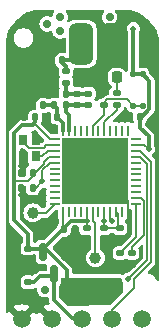
<source format=gbr>
%TF.GenerationSoftware,KiCad,Pcbnew,8.0.7*%
%TF.CreationDate,2025-01-18T23:57:26+01:00*%
%TF.ProjectId,beacon,62656163-6f6e-42e6-9b69-6361645f7063,rev?*%
%TF.SameCoordinates,Original*%
%TF.FileFunction,Copper,L1,Top*%
%TF.FilePolarity,Positive*%
%FSLAX46Y46*%
G04 Gerber Fmt 4.6, Leading zero omitted, Abs format (unit mm)*
G04 Created by KiCad (PCBNEW 8.0.7) date 2025-01-18 23:57:26*
%MOMM*%
%LPD*%
G01*
G04 APERTURE LIST*
G04 Aperture macros list*
%AMRoundRect*
0 Rectangle with rounded corners*
0 $1 Rounding radius*
0 $2 $3 $4 $5 $6 $7 $8 $9 X,Y pos of 4 corners*
0 Add a 4 corners polygon primitive as box body*
4,1,4,$2,$3,$4,$5,$6,$7,$8,$9,$2,$3,0*
0 Add four circle primitives for the rounded corners*
1,1,$1+$1,$2,$3*
1,1,$1+$1,$4,$5*
1,1,$1+$1,$6,$7*
1,1,$1+$1,$8,$9*
0 Add four rect primitives between the rounded corners*
20,1,$1+$1,$2,$3,$4,$5,0*
20,1,$1+$1,$4,$5,$6,$7,0*
20,1,$1+$1,$6,$7,$8,$9,0*
20,1,$1+$1,$8,$9,$2,$3,0*%
G04 Aperture macros list end*
%TA.AperFunction,ComponentPad*%
%ADD10C,1.500000*%
%TD*%
%TA.AperFunction,SMDPad,CuDef*%
%ADD11RoundRect,0.147500X0.172500X-0.147500X0.172500X0.147500X-0.172500X0.147500X-0.172500X-0.147500X0*%
%TD*%
%TA.AperFunction,SMDPad,CuDef*%
%ADD12RoundRect,0.140000X0.140000X0.170000X-0.140000X0.170000X-0.140000X-0.170000X0.140000X-0.170000X0*%
%TD*%
%TA.AperFunction,ConnectorPad*%
%ADD13RoundRect,0.500000X-0.500000X-1.250000X0.500000X-1.250000X0.500000X1.250000X-0.500000X1.250000X0*%
%TD*%
%TA.AperFunction,SMDPad,CuDef*%
%ADD14RoundRect,0.140000X-0.170000X0.140000X-0.170000X-0.140000X0.170000X-0.140000X0.170000X0.140000X0*%
%TD*%
%TA.AperFunction,SMDPad,CuDef*%
%ADD15RoundRect,0.062500X0.375000X0.062500X-0.375000X0.062500X-0.375000X-0.062500X0.375000X-0.062500X0*%
%TD*%
%TA.AperFunction,SMDPad,CuDef*%
%ADD16RoundRect,0.062500X0.062500X0.375000X-0.062500X0.375000X-0.062500X-0.375000X0.062500X-0.375000X0*%
%TD*%
%TA.AperFunction,SMDPad,CuDef*%
%ADD17R,5.600000X5.600000*%
%TD*%
%TA.AperFunction,SMDPad,CuDef*%
%ADD18RoundRect,0.135000X0.185000X-0.135000X0.185000X0.135000X-0.185000X0.135000X-0.185000X-0.135000X0*%
%TD*%
%TA.AperFunction,SMDPad,CuDef*%
%ADD19RoundRect,0.140000X0.170000X-0.140000X0.170000X0.140000X-0.170000X0.140000X-0.170000X-0.140000X0*%
%TD*%
%TA.AperFunction,SMDPad,CuDef*%
%ADD20RoundRect,0.150000X-0.150000X0.587500X-0.150000X-0.587500X0.150000X-0.587500X0.150000X0.587500X0*%
%TD*%
%TA.AperFunction,SMDPad,CuDef*%
%ADD21C,1.000000*%
%TD*%
%TA.AperFunction,SMDPad,CuDef*%
%ADD22RoundRect,0.140000X-0.140000X-0.170000X0.140000X-0.170000X0.140000X0.170000X-0.140000X0.170000X0*%
%TD*%
%TA.AperFunction,SMDPad,CuDef*%
%ADD23RoundRect,0.135000X-0.185000X0.135000X-0.185000X-0.135000X0.185000X-0.135000X0.185000X0.135000X0*%
%TD*%
%TA.AperFunction,SMDPad,CuDef*%
%ADD24R,0.800000X0.900000*%
%TD*%
%TA.AperFunction,SMDPad,CuDef*%
%ADD25RoundRect,0.125000X-0.125000X0.150000X-0.125000X-0.150000X0.125000X-0.150000X0.125000X0.150000X0*%
%TD*%
%TA.AperFunction,SMDPad,CuDef*%
%ADD26RoundRect,0.147500X-0.147500X-0.172500X0.147500X-0.172500X0.147500X0.172500X-0.147500X0.172500X0*%
%TD*%
%TA.AperFunction,SMDPad,CuDef*%
%ADD27RoundRect,0.218750X-0.218750X-0.256250X0.218750X-0.256250X0.218750X0.256250X-0.218750X0.256250X0*%
%TD*%
%TA.AperFunction,ViaPad*%
%ADD28C,0.700000*%
%TD*%
%TA.AperFunction,ViaPad*%
%ADD29C,0.500000*%
%TD*%
%TA.AperFunction,Conductor*%
%ADD30C,0.300000*%
%TD*%
%TA.AperFunction,Conductor*%
%ADD31C,0.150000*%
%TD*%
%TA.AperFunction,Conductor*%
%ADD32C,0.200000*%
%TD*%
G04 APERTURE END LIST*
D10*
%TO.P,J1,1,Pin_1*%
%TO.N,/TX*%
X12500000Y800000D03*
%TO.P,J1,2,Pin_2*%
%TO.N,/RX*%
X9960000Y800000D03*
%TO.P,J1,3,Pin_3*%
%TO.N,/V_EXT*%
X7420000Y800000D03*
%TO.P,J1,4,Pin_4*%
%TO.N,GND*%
X4880000Y800000D03*
%TO.P,J1,5,Pin_5*%
X2340000Y800000D03*
%TD*%
D11*
%TO.P,L3,1,1*%
%TO.N,Net-(C6-Pad2)*%
X6100000Y20815000D03*
%TO.P,L3,2,2*%
%TO.N,Net-(AE1-A)*%
X6100000Y21785000D03*
%TD*%
D12*
%TO.P,C5,1*%
%TO.N,/VR_PA*%
X5380000Y17900000D03*
%TO.P,C5,2*%
%TO.N,GND*%
X4420000Y17900000D03*
%TD*%
D13*
%TO.P,J2,1,Pin_1*%
%TO.N,GND*%
X10000000Y24100000D03*
%TD*%
D12*
%TO.P,C7,1*%
%TO.N,Net-(C6-Pad2)*%
X6080000Y19900000D03*
%TO.P,C7,2*%
%TO.N,GND*%
X5120000Y19900000D03*
%TD*%
D14*
%TO.P,C11,1*%
%TO.N,+3.3V*%
X10700000Y8480000D03*
%TO.P,C11,2*%
%TO.N,GND*%
X10700000Y7520000D03*
%TD*%
%TO.P,C13,1*%
%TO.N,+3.3V*%
X2900000Y6780000D03*
%TO.P,C13,2*%
%TO.N,GND*%
X2900000Y5820000D03*
%TD*%
%TO.P,C3,1*%
%TO.N,+3.3V*%
X9300000Y8480000D03*
%TO.P,C3,2*%
%TO.N,GND*%
X9300000Y7520000D03*
%TD*%
D12*
%TO.P,C12,1*%
%TO.N,+3.3V*%
X3480000Y17900000D03*
%TO.P,C12,2*%
%TO.N,GND*%
X2520000Y17900000D03*
%TD*%
D15*
%TO.P,U1,1,PB3*%
%TO.N,/CONF_220*%
X12037500Y10550000D03*
%TO.P,U1,2,PB4*%
%TO.N,/CONF_440*%
X12037500Y11050000D03*
%TO.P,U1,3,PB5*%
%TO.N,unconnected-(U1-PB5-Pad3)*%
X12037500Y11550000D03*
%TO.P,U1,4,PB6*%
%TO.N,unconnected-(U1-PB6-Pad4)*%
X12037500Y12050000D03*
%TO.P,U1,5,PB7*%
%TO.N,unconnected-(U1-PB7-Pad5)*%
X12037500Y12550000D03*
%TO.P,U1,6,PB8*%
%TO.N,unconnected-(U1-PB8-Pad6)*%
X12037500Y13050000D03*
%TO.P,U1,7,PA0*%
%TO.N,unconnected-(U1-PA0-Pad7)*%
X12037500Y13550000D03*
%TO.P,U1,8,PA1*%
%TO.N,unconnected-(U1-PA1-Pad8)*%
X12037500Y14050000D03*
%TO.P,U1,9,PA2*%
%TO.N,/TX*%
X12037500Y14550000D03*
%TO.P,U1,10,PA3*%
%TO.N,/RX*%
X12037500Y15050000D03*
%TO.P,U1,11,VDD*%
%TO.N,+3.3V*%
X12037500Y15550000D03*
%TO.P,U1,12,PA4*%
%TO.N,unconnected-(U1-PA4-Pad12)*%
X12037500Y16050000D03*
D16*
%TO.P,U1,13,PA5*%
%TO.N,unconnected-(U1-PA5-Pad13)*%
X11350000Y16737500D03*
%TO.P,U1,14,PA6*%
%TO.N,unconnected-(U1-PA6-Pad14)*%
X10850000Y16737500D03*
%TO.P,U1,15,PA7*%
%TO.N,unconnected-(U1-PA7-Pad15)*%
X10350000Y16737500D03*
%TO.P,U1,16,PA8*%
%TO.N,unconnected-(U1-PA8-Pad16)*%
X9850000Y16737500D03*
%TO.P,U1,17,PA9*%
%TO.N,/LED*%
X9350000Y16737500D03*
%TO.P,U1,18,NRST*%
%TO.N,unconnected-(U1-NRST-Pad18)*%
X8850000Y16737500D03*
%TO.P,U1,19,PH3*%
%TO.N,/BOOT*%
X8350000Y16737500D03*
%TO.P,U1,20,RFI_P*%
%TO.N,/RFI_P*%
X7850000Y16737500D03*
%TO.P,U1,21,RFI_N*%
%TO.N,/RFI_N*%
X7350000Y16737500D03*
%TO.P,U1,22,RFO_LP*%
%TO.N,unconnected-(U1-RFO_LP-Pad22)*%
X6850000Y16737500D03*
%TO.P,U1,23,RFO_HP*%
%TO.N,/RFO_HP*%
X6350000Y16737500D03*
%TO.P,U1,24,VR_PA*%
%TO.N,/VR_PA*%
X5850000Y16737500D03*
D15*
%TO.P,U1,25,VDDPA*%
%TO.N,+3.3V*%
X5162500Y16050000D03*
%TO.P,U1,26,OSC_IN*%
%TO.N,/OSC_IN*%
X5162500Y15550000D03*
%TO.P,U1,27,OSC_OUT*%
%TO.N,/OSC_OUT*%
X5162500Y15050000D03*
%TO.P,U1,28,VDDRF*%
%TO.N,+3.3V*%
X5162500Y14550000D03*
%TO.P,U1,29,VDDRF1V55*%
%TO.N,/VFBSMPS*%
X5162500Y14050000D03*
%TO.P,U1,30,PB0*%
%TO.N,unconnected-(U1-PB0-Pad30)*%
X5162500Y13550000D03*
%TO.P,U1,31,PB2*%
%TO.N,unconnected-(U1-PB2-Pad31)*%
X5162500Y13050000D03*
%TO.P,U1,32,PB12*%
%TO.N,unconnected-(U1-PB12-Pad32)*%
X5162500Y12550000D03*
%TO.P,U1,33,PA10*%
%TO.N,unconnected-(U1-PA10-Pad33)*%
X5162500Y12050000D03*
%TO.P,U1,34,PA11*%
%TO.N,unconnected-(U1-PA11-Pad34)*%
X5162500Y11550000D03*
%TO.P,U1,35,PA12*%
%TO.N,unconnected-(U1-PA12-Pad35)*%
X5162500Y11050000D03*
%TO.P,U1,36,PA13*%
%TO.N,/SWDIO*%
X5162500Y10550000D03*
D16*
%TO.P,U1,37,VBAT*%
%TO.N,+3.3V*%
X5850000Y9862500D03*
%TO.P,U1,38,PC13*%
%TO.N,unconnected-(U1-PC13-Pad38)*%
X6350000Y9862500D03*
%TO.P,U1,39,PC14*%
%TO.N,unconnected-(U1-PC14-Pad39)*%
X6850000Y9862500D03*
%TO.P,U1,40,PC15*%
%TO.N,unconnected-(U1-PC15-Pad40)*%
X7350000Y9862500D03*
%TO.P,U1,41,VDDA*%
%TO.N,+3.3V*%
X7850000Y9862500D03*
%TO.P,U1,42,PA14*%
%TO.N,/SWCLK*%
X8350000Y9862500D03*
%TO.P,U1,43,PA15*%
%TO.N,unconnected-(U1-PA15-Pad43)*%
X8850000Y9862500D03*
%TO.P,U1,44,VDD*%
%TO.N,+3.3V*%
X9350000Y9862500D03*
%TO.P,U1,45,VFBSMPS*%
%TO.N,/VFBSMPS*%
X9850000Y9862500D03*
%TO.P,U1,46,VDDSMPS*%
%TO.N,+3.3V*%
X10350000Y9862500D03*
%TO.P,U1,47,VLXSMPS*%
%TO.N,unconnected-(U1-VLXSMPS-Pad47)*%
X10850000Y9862500D03*
%TO.P,U1,48,VSSSMPS*%
%TO.N,GND*%
X11350000Y9862500D03*
D17*
%TO.P,U1,49,VSS*%
X8600000Y13300000D03*
%TD*%
D18*
%TO.P,R3,1*%
%TO.N,/LED*%
X10400000Y18900000D03*
%TO.P,R3,2*%
%TO.N,Net-(D1-A)*%
X10400000Y19920000D03*
%TD*%
D19*
%TO.P,C14,1*%
%TO.N,/V_EXT*%
X2900000Y3920000D03*
%TO.P,C14,2*%
%TO.N,GND*%
X2900000Y4880000D03*
%TD*%
D20*
%TO.P,U2,1,GND*%
%TO.N,GND*%
X6050000Y6500000D03*
%TO.P,U2,2,VO*%
%TO.N,+3.3V*%
X4150000Y6500000D03*
%TO.P,U2,3,VI*%
%TO.N,/V_EXT*%
X5100000Y4625000D03*
%TD*%
D21*
%TO.P,TP2,1,1*%
%TO.N,/SWCLK*%
X8600000Y6000000D03*
%TD*%
D19*
%TO.P,C6,1*%
%TO.N,/RFO_HP*%
X8000000Y18920000D03*
%TO.P,C6,2*%
%TO.N,Net-(C6-Pad2)*%
X8000000Y19880000D03*
%TD*%
D22*
%TO.P,C15,1*%
%TO.N,+3.3V*%
X5920000Y8400000D03*
%TO.P,C15,2*%
%TO.N,GND*%
X6880000Y8400000D03*
%TD*%
D23*
%TO.P,R4,1*%
%TO.N,GND*%
X9300000Y19910000D03*
%TO.P,R4,2*%
%TO.N,/BOOT*%
X9300000Y18890000D03*
%TD*%
D12*
%TO.P,C1,1*%
%TO.N,+3.3V*%
X12380000Y17900000D03*
%TO.P,C1,2*%
%TO.N,GND*%
X11420000Y17900000D03*
%TD*%
%TO.P,C10,1*%
%TO.N,+3.3V*%
X3280000Y13200000D03*
%TO.P,C10,2*%
%TO.N,GND*%
X2320000Y13200000D03*
%TD*%
%TO.P,C4,1*%
%TO.N,/VR_PA*%
X4180000Y18900000D03*
%TO.P,C4,2*%
%TO.N,GND*%
X3220000Y18900000D03*
%TD*%
D14*
%TO.P,C2,1*%
%TO.N,+3.3V*%
X7850000Y8480000D03*
%TO.P,C2,2*%
%TO.N,GND*%
X7850000Y7520000D03*
%TD*%
D23*
%TO.P,R1,1*%
%TO.N,/CONF_220*%
X10700000Y6410000D03*
%TO.P,R1,2*%
%TO.N,GND*%
X10700000Y5390000D03*
%TD*%
D24*
%TO.P,Y1,1,1*%
%TO.N,/OSC_OUT*%
X3600000Y14600000D03*
%TO.P,Y1,2,2*%
%TO.N,GND*%
X3600000Y16000000D03*
%TO.P,Y1,3,3*%
%TO.N,/OSC_IN*%
X2500000Y16000000D03*
%TO.P,Y1,4,4*%
%TO.N,GND*%
X2500000Y14600000D03*
%TD*%
D12*
%TO.P,C9,1*%
%TO.N,/VFBSMPS*%
X3280000Y11900000D03*
%TO.P,C9,2*%
%TO.N,GND*%
X2320000Y11900000D03*
%TD*%
D21*
%TO.P,TP1,1,1*%
%TO.N,/SWDIO*%
X3300000Y9800000D03*
%TD*%
D23*
%TO.P,R2,1*%
%TO.N,/CONF_440*%
X11700000Y6410000D03*
%TO.P,R2,2*%
%TO.N,GND*%
X11700000Y5390000D03*
%TD*%
D25*
%TO.P,SW1,1,1*%
%TO.N,+3.3V*%
X12600000Y21525000D03*
%TO.P,SW1,2,2*%
X11800000Y21525000D03*
%TO.P,SW1,3,K*%
%TO.N,/BOOT*%
X12600000Y18875000D03*
%TO.P,SW1,4,A*%
X11800000Y18875000D03*
%TD*%
D26*
%TO.P,L1,1,1*%
%TO.N,/VR_PA*%
X5115000Y18900000D03*
%TO.P,L1,2,2*%
%TO.N,/RFO_HP*%
X6085000Y18900000D03*
%TD*%
D12*
%TO.P,C8,1*%
%TO.N,Net-(AE1-A)*%
X5780000Y22700000D03*
%TO.P,C8,2*%
%TO.N,GND*%
X4820000Y22700000D03*
%TD*%
D11*
%TO.P,L2,1,1*%
%TO.N,/RFO_HP*%
X7000000Y18915000D03*
%TO.P,L2,2,2*%
%TO.N,Net-(C6-Pad2)*%
X7000000Y19885000D03*
%TD*%
D27*
%TO.P,D1,1,K*%
%TO.N,GND*%
X8812500Y21300000D03*
%TO.P,D1,2,A*%
%TO.N,Net-(D1-A)*%
X10387500Y21300000D03*
%TD*%
D13*
%TO.P,AE1,1,A*%
%TO.N,Net-(AE1-A)*%
X7400000Y24100000D03*
%TD*%
D28*
%TO.N,+3.3V*%
X4500000Y25800000D03*
X4300000Y3300000D03*
X8800000Y2300000D03*
X8800000Y3300000D03*
X7500000Y3300000D03*
X6200000Y3300000D03*
X9800000Y26350000D03*
X5600000Y25200000D03*
X5600000Y26400000D03*
D29*
%TO.N,GND*%
X4100000Y22700000D03*
X9400000Y22800000D03*
X4800000Y23500000D03*
X3200000Y19500000D03*
X2300000Y13800000D03*
X7800000Y21300000D03*
X4600000Y19900000D03*
X11300000Y7800000D03*
X9900000Y5400000D03*
X3500000Y16600000D03*
X4200000Y17300000D03*
X8600000Y13300000D03*
X7300000Y7500000D03*
X6700000Y15200000D03*
X3000000Y20900000D03*
X10700000Y15200000D03*
X2600000Y23100000D03*
X3600000Y4900000D03*
X8600000Y11500000D03*
X1900000Y5700000D03*
X5400000Y6800000D03*
X11400000Y9000000D03*
X10500000Y23800000D03*
X6700000Y11500000D03*
X2300000Y18600000D03*
X8600000Y15200000D03*
X10000000Y7500000D03*
X10800000Y17900000D03*
X6700000Y13200000D03*
X10700000Y13200000D03*
X9400000Y23800000D03*
X2300000Y11300000D03*
X10500000Y22800000D03*
X6400000Y7700000D03*
X10700000Y11500000D03*
%TO.N,+3.3V*%
X11800000Y25400000D03*
X9350000Y9150000D03*
X7850000Y9150000D03*
X13100000Y15200000D03*
%TO.N,/VFBSMPS*%
X10000000Y9100000D03*
X4100000Y12460482D03*
%TO.N,/TX*%
X11388556Y4211444D03*
%TD*%
D30*
%TO.N,+3.3V*%
X6200000Y4954837D02*
X6200000Y3300000D01*
X4374837Y6780000D02*
X6200000Y4954837D01*
X2900000Y6780000D02*
X4374837Y6780000D01*
%TO.N,/V_EXT*%
X5100000Y4363604D02*
X5100000Y2400000D01*
X6625000Y875000D02*
X7420000Y875000D01*
X5038604Y4425000D02*
X5100000Y4363604D01*
X3500000Y4022182D02*
X3902818Y4425000D01*
X3500000Y4000000D02*
X3500000Y4022182D01*
X3902818Y4425000D02*
X5038604Y4425000D01*
X3420000Y3920000D02*
X3500000Y4000000D01*
X2900000Y3920000D02*
X3420000Y3920000D01*
X5100000Y2400000D02*
X6625000Y875000D01*
D31*
%TO.N,GND*%
X4100000Y22700000D02*
X4820000Y22700000D01*
D30*
X3600000Y4900000D02*
X3580000Y4880000D01*
X5400000Y6800000D02*
X5500000Y6700000D01*
D31*
X2320000Y17900000D02*
X2320000Y18580000D01*
X11420000Y17900000D02*
X10800000Y17900000D01*
X9300000Y7520000D02*
X9980000Y7520000D01*
D30*
X2900000Y5820000D02*
X2900000Y4880000D01*
D31*
X3300000Y16000000D02*
X3300000Y16400000D01*
X8812500Y21300000D02*
X7800000Y21300000D01*
X11350000Y9862500D02*
X11350000Y10850000D01*
X4220000Y17320000D02*
X4200000Y17300000D01*
X8812500Y21300000D02*
X8812500Y21312500D01*
X9300000Y19910000D02*
X9300000Y20812500D01*
X5120000Y19900000D02*
X4600000Y19900000D01*
X7300000Y7500000D02*
X7830000Y7500000D01*
X11020000Y7520000D02*
X11300000Y7800000D01*
X11350000Y9050000D02*
X11400000Y9000000D01*
X2320000Y13780000D02*
X2300000Y13800000D01*
X2320000Y11320000D02*
X2300000Y11300000D01*
X7830000Y7500000D02*
X7850000Y7520000D01*
X3220000Y19480000D02*
X3200000Y19500000D01*
X2320000Y18580000D02*
X2300000Y18600000D01*
X2200000Y14600000D02*
X2200000Y13900000D01*
X2320000Y13200000D02*
X2320000Y13780000D01*
X9980000Y7520000D02*
X10000000Y7500000D01*
X10700000Y7520000D02*
X11020000Y7520000D01*
X9910000Y5390000D02*
X9900000Y5400000D01*
X2200000Y13900000D02*
X2300000Y13800000D01*
D30*
X5500000Y6700000D02*
X6050000Y6700000D01*
D31*
X9300000Y20812500D02*
X8812500Y21300000D01*
X11350000Y9862500D02*
X11350000Y9050000D01*
X3300000Y16400000D02*
X3500000Y16600000D01*
X4220000Y17900000D02*
X4220000Y17320000D01*
X8812500Y21312500D02*
X9800000Y22300000D01*
D30*
X3580000Y4880000D02*
X2900000Y4880000D01*
D31*
X10700000Y5390000D02*
X11700000Y5390000D01*
X10700000Y5390000D02*
X9910000Y5390000D01*
X3220000Y18900000D02*
X3220000Y19480000D01*
X2320000Y11900000D02*
X2320000Y11320000D01*
X9800000Y22300000D02*
X9800000Y24100000D01*
X11350000Y10850000D02*
X10700000Y11500000D01*
%TO.N,+3.3V*%
X4630000Y14550000D02*
X4225000Y14145000D01*
X4225000Y14145000D02*
X4225000Y13949264D01*
D30*
X4150000Y6730000D02*
X5920000Y8500000D01*
D31*
X3280000Y12880000D02*
X2900000Y12500000D01*
X12650000Y15550000D02*
X12750000Y15550000D01*
D30*
X2375000Y17200000D02*
X1740000Y16565000D01*
D31*
X12750000Y15550000D02*
X13100000Y15200000D01*
D30*
X6530000Y9110000D02*
X7810000Y9110000D01*
D31*
X10500000Y8680000D02*
X10500000Y9712500D01*
D30*
X3500000Y17450000D02*
X3500000Y17880000D01*
D31*
X4778248Y16050000D02*
X3578248Y17250000D01*
X7850000Y8480000D02*
X7850000Y9862500D01*
D30*
X3300000Y17250000D02*
X3500000Y17450000D01*
D31*
X3475736Y13200000D02*
X3280000Y13200000D01*
X5162500Y16050000D02*
X4778248Y16050000D01*
D30*
X13150000Y18548959D02*
X12501041Y17900000D01*
D31*
X2900000Y12500000D02*
X1740000Y12500000D01*
X10700000Y8480000D02*
X10500000Y8680000D01*
D30*
X12380000Y17900000D02*
X12380000Y17020000D01*
X13100000Y16300000D02*
X13100000Y15200000D01*
X1740000Y9160000D02*
X2900000Y8000000D01*
D31*
X9350000Y8680000D02*
X9350000Y9150000D01*
X9550000Y8480000D02*
X9350000Y8680000D01*
D30*
X12600000Y21525000D02*
X13150000Y20975000D01*
D31*
X4225000Y13949264D02*
X3475736Y13200000D01*
D30*
X12501041Y17900000D02*
X12380000Y17900000D01*
X3500000Y17880000D02*
X3480000Y17900000D01*
X3250000Y17200000D02*
X2375000Y17200000D01*
D31*
X12037500Y15550000D02*
X12650000Y15550000D01*
X5920000Y8500000D02*
X5850000Y8570000D01*
D30*
X4150000Y6700000D02*
X4150000Y6730000D01*
D31*
X3578248Y17250000D02*
X3300000Y17250000D01*
D30*
X11800000Y25400000D02*
X11800000Y21525000D01*
D31*
X10500000Y9712500D02*
X10350000Y9862500D01*
D30*
X3300000Y17250000D02*
X3250000Y17200000D01*
X2900000Y8000000D02*
X2900000Y6780000D01*
X7810000Y9110000D02*
X7850000Y9150000D01*
X5920000Y8500000D02*
X6530000Y9110000D01*
D31*
X9300000Y8480000D02*
X10700000Y8480000D01*
D30*
X1740000Y12500000D02*
X1740000Y9160000D01*
X11800000Y21525000D02*
X12600000Y21525000D01*
X13150000Y20975000D02*
X13150000Y18548959D01*
D31*
X5162500Y14550000D02*
X4630000Y14550000D01*
X9350000Y9150000D02*
X9350000Y9862500D01*
X5850000Y8570000D02*
X5850000Y9862500D01*
X3280000Y13200000D02*
X3280000Y12880000D01*
D30*
X12380000Y17020000D02*
X13100000Y16300000D01*
X1740000Y16565000D02*
X1740000Y12500000D01*
%TO.N,/VR_PA*%
X5380000Y18635000D02*
X5115000Y18900000D01*
X5115000Y18900000D02*
X4180000Y18900000D01*
X5850000Y17430000D02*
X5380000Y17900000D01*
X5850000Y16737500D02*
X5850000Y17430000D01*
X5380000Y17900000D02*
X5380000Y18635000D01*
%TO.N,/RFO_HP*%
X6350000Y18050000D02*
X6085000Y18315000D01*
X6350000Y16737500D02*
X6350000Y18050000D01*
X6985000Y18900000D02*
X7000000Y18915000D01*
X6085000Y18900000D02*
X6985000Y18900000D01*
X7995000Y18915000D02*
X8000000Y18920000D01*
X6085000Y18315000D02*
X6085000Y18900000D01*
X7000000Y18915000D02*
X7995000Y18915000D01*
%TO.N,Net-(C6-Pad2)*%
X6100000Y19880000D02*
X6080000Y19900000D01*
X8000000Y19880000D02*
X6100000Y19880000D01*
D31*
X6080000Y20800000D02*
X6100000Y20820000D01*
D30*
X6080000Y20795000D02*
X6100000Y20815000D01*
X6080000Y19900000D02*
X6080000Y20795000D01*
D31*
%TO.N,/VFBSMPS*%
X4100000Y12460482D02*
X4100000Y13400000D01*
X3280000Y11900000D02*
X3539518Y11900000D01*
X3539518Y11900000D02*
X4100000Y12460482D01*
X9850000Y9862500D02*
X9850000Y9250000D01*
X4100000Y13400000D02*
X4750000Y14050000D01*
X9850000Y9250000D02*
X10000000Y9100000D01*
X4750000Y14050000D02*
X5162500Y14050000D01*
%TO.N,/CONF_440*%
X11700000Y6900000D02*
X11700000Y6410000D01*
X12700000Y7900000D02*
X11700000Y6900000D01*
X12450000Y11050000D02*
X12700000Y10800000D01*
X12700000Y10800000D02*
X12700000Y7900000D01*
X12037500Y11050000D02*
X12450000Y11050000D01*
%TO.N,/CONF_220*%
X12037500Y7747500D02*
X12037500Y10550000D01*
X10700000Y6410000D02*
X12037500Y7747500D01*
%TO.N,/OSC_IN*%
X5162500Y15550000D02*
X4450000Y15550000D01*
X3000000Y15300000D02*
X2500000Y15800000D01*
X4450000Y15550000D02*
X4200000Y15300000D01*
X4200000Y15300000D02*
X3000000Y15300000D01*
X2500000Y15800000D02*
X2500000Y16000000D01*
%TO.N,/OSC_OUT*%
X4100000Y14600000D02*
X4550000Y15050000D01*
X3600000Y14600000D02*
X4100000Y14600000D01*
X4550000Y15050000D02*
X5162500Y15050000D01*
D32*
%TO.N,/SWDIO*%
X4412500Y9800000D02*
X3300000Y9800000D01*
X5162500Y10550000D02*
X4412500Y9800000D01*
D31*
%TO.N,/SWCLK*%
X8350000Y9150000D02*
X8600000Y8900000D01*
X8600000Y6150000D02*
X8700000Y6050000D01*
X8600000Y8900000D02*
X8600000Y6150000D01*
X8350000Y9862500D02*
X8350000Y9150000D01*
%TO.N,/BOOT*%
X11275000Y19400000D02*
X11800000Y18875000D01*
X9300000Y18100000D02*
X9300000Y18890000D01*
X9300000Y19100000D02*
X9600000Y19400000D01*
X9600000Y19400000D02*
X11275000Y19400000D01*
X9300000Y18890000D02*
X9300000Y19100000D01*
X8350000Y17150000D02*
X9300000Y18100000D01*
X8350000Y16737500D02*
X8350000Y17150000D01*
X11800000Y18875000D02*
X12600000Y18875000D01*
%TO.N,/TX*%
X13000000Y13931586D02*
X12381586Y14550000D01*
X12381586Y14550000D02*
X12037500Y14550000D01*
X13000000Y5822888D02*
X13000000Y13931586D01*
X11388556Y4211444D02*
X13000000Y5822888D01*
%TO.N,/RX*%
X12381586Y15050000D02*
X13300000Y14131586D01*
X12037500Y15050000D02*
X12381586Y15050000D01*
X9960000Y1560000D02*
X9960000Y875000D01*
X11863556Y4163556D02*
X11863556Y3463556D01*
X13300000Y14131586D02*
X13300000Y5600000D01*
X11863556Y3463556D02*
X9960000Y1560000D01*
X13300000Y5600000D02*
X11863556Y4163556D01*
%TO.N,/LED*%
X10400000Y18500000D02*
X10400000Y18900000D01*
X9350000Y16737500D02*
X9350000Y17450000D01*
X9350000Y17450000D02*
X10400000Y18500000D01*
%TO.N,Net-(D1-A)*%
X10400000Y19920000D02*
X10400000Y21287500D01*
X10400000Y21287500D02*
X10387500Y21300000D01*
D30*
%TO.N,Net-(AE1-A)*%
X6600000Y22700000D02*
X7400000Y23500000D01*
X5780000Y22520000D02*
X5780000Y22700000D01*
X5780000Y22700000D02*
X6600000Y22700000D01*
X6100000Y22200000D02*
X5780000Y22520000D01*
X6100000Y21785000D02*
X6100000Y22200000D01*
X7400000Y23500000D02*
X7400000Y24100000D01*
%TD*%
%TA.AperFunction,Conductor*%
%TO.N,GND*%
G36*
X5054510Y26980315D02*
G01*
X5100265Y26927511D01*
X5110209Y26858353D01*
X5089521Y26805562D01*
X5076258Y26786346D01*
X5019781Y26704525D01*
X5019780Y26704524D01*
X4963763Y26556820D01*
X4955102Y26485493D01*
X4927479Y26421316D01*
X4869545Y26382260D01*
X4799692Y26380725D01*
X4774380Y26390645D01*
X4732365Y26412697D01*
X4578986Y26450500D01*
X4578985Y26450500D01*
X4421015Y26450500D01*
X4421014Y26450500D01*
X4267634Y26412697D01*
X4127762Y26339285D01*
X4127760Y26339283D01*
X4019102Y26243021D01*
X4009516Y26234529D01*
X3919781Y26104525D01*
X3919780Y26104524D01*
X3863762Y25956819D01*
X3844722Y25800001D01*
X3844722Y25800000D01*
X3863762Y25643182D01*
X3919780Y25495477D01*
X4009517Y25365470D01*
X4127760Y25260717D01*
X4127762Y25260716D01*
X4267634Y25187304D01*
X4421014Y25149500D01*
X4421015Y25149500D01*
X4578985Y25149500D01*
X4732365Y25187304D01*
X4774379Y25209356D01*
X4842886Y25223082D01*
X4907940Y25197591D01*
X4948885Y25140976D01*
X4955102Y25114507D01*
X4962809Y25051035D01*
X4963763Y25043182D01*
X5019780Y24895477D01*
X5109517Y24765470D01*
X5227760Y24660717D01*
X5227762Y24660716D01*
X5367634Y24587304D01*
X5521014Y24549500D01*
X5521015Y24549500D01*
X5678985Y24549500D01*
X5832365Y24587304D01*
X5917874Y24632184D01*
X5986382Y24645909D01*
X6051435Y24620417D01*
X6092380Y24563801D01*
X6099500Y24522387D01*
X6099500Y23434500D01*
X6079815Y23367461D01*
X6027011Y23321706D01*
X5975500Y23310500D01*
X5586930Y23310500D01*
X5557185Y23307711D01*
X5557173Y23307709D01*
X5431844Y23263853D01*
X5325001Y23184999D01*
X5246147Y23078156D01*
X5202291Y22952827D01*
X5202289Y22952815D01*
X5199500Y22923071D01*
X5199500Y22476930D01*
X5202289Y22447186D01*
X5202291Y22447174D01*
X5246147Y22321845D01*
X5246148Y22321843D01*
X5325001Y22215001D01*
X5431843Y22136148D01*
X5433178Y22135163D01*
X5475428Y22079515D01*
X5483003Y22023817D01*
X5482338Y22016731D01*
X5482338Y22016729D01*
X5479500Y21986463D01*
X5479500Y21986462D01*
X5479500Y21986457D01*
X5479500Y21583540D01*
X5482337Y21553276D01*
X5482339Y21553267D01*
X5526942Y21425801D01*
X5565443Y21373633D01*
X5589413Y21308004D01*
X5574097Y21239834D01*
X5565443Y21226367D01*
X5526942Y21174201D01*
X5482339Y21046734D01*
X5482337Y21046725D01*
X5479500Y21016468D01*
X5479500Y20613540D01*
X5482337Y20583276D01*
X5482339Y20583267D01*
X5526942Y20455801D01*
X5526943Y20455799D01*
X5547754Y20427600D01*
X5571725Y20361974D01*
X5556410Y20293803D01*
X5547759Y20280341D01*
X5546148Y20278159D01*
X5546147Y20278158D01*
X5502291Y20152827D01*
X5502289Y20152815D01*
X5499500Y20123071D01*
X5499500Y19676931D01*
X5502101Y19649193D01*
X5488762Y19580609D01*
X5440460Y19530124D01*
X5372532Y19513767D01*
X5352194Y19516470D01*
X5346734Y19517662D01*
X5316467Y19520500D01*
X4913539Y19520500D01*
X4883275Y19517663D01*
X4883266Y19517661D01*
X4755800Y19473058D01*
X4709374Y19438794D01*
X4643745Y19414824D01*
X4575574Y19430140D01*
X4562109Y19438794D01*
X4528157Y19463852D01*
X4528155Y19463853D01*
X4402826Y19507709D01*
X4402814Y19507711D01*
X4373070Y19510500D01*
X4373066Y19510500D01*
X3986934Y19510500D01*
X3986930Y19510500D01*
X3957185Y19507711D01*
X3957173Y19507709D01*
X3831844Y19463853D01*
X3725001Y19384999D01*
X3646147Y19278156D01*
X3602291Y19152827D01*
X3602289Y19152815D01*
X3599500Y19123071D01*
X3599500Y18676929D01*
X3602393Y18646076D01*
X3589054Y18577492D01*
X3540752Y18527007D01*
X3478935Y18510500D01*
X3286930Y18510500D01*
X3257185Y18507711D01*
X3257173Y18507709D01*
X3131844Y18463853D01*
X3025001Y18384999D01*
X2946147Y18278156D01*
X2902291Y18152827D01*
X2902289Y18152815D01*
X2899500Y18123071D01*
X2899500Y17774500D01*
X2879815Y17707461D01*
X2827011Y17661706D01*
X2775500Y17650500D01*
X2315691Y17650500D01*
X2216370Y17623887D01*
X2216369Y17623887D01*
X2201116Y17619801D01*
X2098386Y17560491D01*
X2098384Y17560489D01*
X1379513Y16841617D01*
X1379509Y16841611D01*
X1320201Y16738888D01*
X1320200Y16738883D01*
X1289500Y16624309D01*
X1289500Y9100692D01*
X1308465Y9029911D01*
X1308466Y9029911D01*
X1320202Y8986110D01*
X1347590Y8938674D01*
X1379511Y8883386D01*
X1379513Y8883384D01*
X2413181Y7849716D01*
X2446666Y7788393D01*
X2449500Y7762035D01*
X2449500Y7320860D01*
X2429815Y7253821D01*
X2418853Y7240218D01*
X2336147Y7128156D01*
X2292291Y7002827D01*
X2292289Y7002815D01*
X2289500Y6973071D01*
X2289500Y6586930D01*
X2292289Y6557186D01*
X2292291Y6557174D01*
X2336147Y6431845D01*
X2336148Y6431843D01*
X2415001Y6325001D01*
X2521843Y6246148D01*
X2560003Y6232796D01*
X2647173Y6202292D01*
X2647177Y6202292D01*
X2647181Y6202290D01*
X2662057Y6200895D01*
X2676930Y6199500D01*
X2676934Y6199500D01*
X3123070Y6199500D01*
X3136695Y6200778D01*
X3152819Y6202290D01*
X3152823Y6202292D01*
X3152826Y6202292D01*
X3210710Y6222547D01*
X3278157Y6246148D01*
X3351866Y6300549D01*
X3417495Y6324519D01*
X3485666Y6309204D01*
X3534734Y6259463D01*
X3549500Y6200778D01*
X3549500Y5858231D01*
X3552353Y5827801D01*
X3552353Y5827799D01*
X3597206Y5699620D01*
X3597207Y5699618D01*
X3677850Y5590350D01*
X3787118Y5509707D01*
X3821324Y5497738D01*
X3915299Y5464854D01*
X3945730Y5462000D01*
X3945734Y5462000D01*
X4354265Y5462000D01*
X4354266Y5462000D01*
X4374532Y5463901D01*
X4443116Y5450564D01*
X4493603Y5402263D01*
X4509962Y5334336D01*
X4503158Y5299500D01*
X4502354Y5297202D01*
X4502353Y5297200D01*
X4499500Y5266770D01*
X4499500Y4999500D01*
X4479815Y4932461D01*
X4427011Y4886706D01*
X4375500Y4875500D01*
X3843509Y4875500D01*
X3753143Y4851287D01*
X3753142Y4851288D01*
X3728933Y4844800D01*
X3728924Y4844796D01*
X3626210Y4785495D01*
X3626202Y4785489D01*
X3345406Y4504693D01*
X3284083Y4471208D01*
X3216770Y4475333D01*
X3152826Y4497709D01*
X3152814Y4497711D01*
X3123070Y4500500D01*
X3123066Y4500500D01*
X2676934Y4500500D01*
X2676930Y4500500D01*
X2647185Y4497711D01*
X2647173Y4497709D01*
X2521844Y4453853D01*
X2415001Y4374999D01*
X2336147Y4268156D01*
X2292291Y4142827D01*
X2292289Y4142815D01*
X2289500Y4113071D01*
X2289500Y3726930D01*
X2292289Y3697186D01*
X2292291Y3697174D01*
X2336147Y3571845D01*
X2336148Y3571843D01*
X2415001Y3465001D01*
X2521843Y3386148D01*
X2560003Y3372796D01*
X2647173Y3342292D01*
X2647177Y3342292D01*
X2647181Y3342290D01*
X2662057Y3340895D01*
X2676930Y3339500D01*
X2676934Y3339500D01*
X3123070Y3339500D01*
X3136289Y3340740D01*
X3152819Y3342290D01*
X3152823Y3342292D01*
X3152826Y3342292D01*
X3201836Y3359443D01*
X3278157Y3386148D01*
X3358264Y3445271D01*
X3423893Y3469241D01*
X3431898Y3469500D01*
X3479306Y3469500D01*
X3479309Y3469500D01*
X3494239Y3473501D01*
X3564086Y3471840D01*
X3621950Y3432680D01*
X3649457Y3368452D01*
X3649430Y3338783D01*
X3644722Y3300004D01*
X3644722Y3300000D01*
X3663762Y3143182D01*
X3692441Y3067564D01*
X3719780Y2995477D01*
X3809517Y2865470D01*
X3927760Y2760717D01*
X3927762Y2760716D01*
X4067634Y2687304D01*
X4221014Y2649500D01*
X4221015Y2649500D01*
X4378985Y2649500D01*
X4495825Y2678298D01*
X4565628Y2675229D01*
X4622690Y2634909D01*
X4648895Y2570139D01*
X4649500Y2557901D01*
X4649500Y2340692D01*
X4673712Y2250328D01*
X4680200Y2226115D01*
X4680202Y2226110D01*
X4692177Y2205369D01*
X4708650Y2137469D01*
X4685798Y2071442D01*
X4630876Y2028251D01*
X4616884Y2023594D01*
X4450846Y1979105D01*
X4450840Y1979102D01*
X4252614Y1886668D01*
X4252612Y1886667D01*
X4190428Y1843125D01*
X4190427Y1843125D01*
X4750590Y1282963D01*
X4687007Y1265925D01*
X4572993Y1200099D01*
X4479901Y1107007D01*
X4414075Y992993D01*
X4397037Y929410D01*
X3836875Y1489573D01*
X3836875Y1489572D01*
X3793333Y1427388D01*
X3793332Y1427386D01*
X3722382Y1275233D01*
X3676209Y1222794D01*
X3609016Y1203642D01*
X3542135Y1223858D01*
X3497618Y1275233D01*
X3426668Y1427385D01*
X3383123Y1489572D01*
X2822962Y929411D01*
X2805925Y992993D01*
X2740099Y1107007D01*
X2647007Y1200099D01*
X2532993Y1265925D01*
X2469409Y1282963D01*
X3029571Y1843126D01*
X2967387Y1886667D01*
X2769159Y1979102D01*
X2769150Y1979106D01*
X2557894Y2035711D01*
X2557884Y2035713D01*
X2340001Y2054775D01*
X2339999Y2054775D01*
X2122115Y2035713D01*
X2122105Y2035711D01*
X1910849Y1979106D01*
X1910840Y1979102D01*
X1712614Y1886668D01*
X1712612Y1886667D01*
X1650428Y1843125D01*
X1650427Y1843125D01*
X2210590Y1282963D01*
X2147007Y1265925D01*
X2032993Y1200099D01*
X1939901Y1107007D01*
X1874075Y992993D01*
X1857037Y929410D01*
X1296875Y1489573D01*
X1296875Y1489572D01*
X1253334Y1427389D01*
X1236382Y1391035D01*
X1190209Y1338596D01*
X1123015Y1319445D01*
X1056134Y1339661D01*
X1010800Y1392827D01*
X1000000Y1443441D01*
X1000000Y23999118D01*
X1000012Y24000856D01*
X1001025Y24073138D01*
X1002274Y24162271D01*
X1003041Y24174390D01*
X1039277Y24495995D01*
X1041606Y24509701D01*
X1080797Y24681408D01*
X1673500Y24681408D01*
X1673500Y24518593D01*
X1705259Y24358927D01*
X1705262Y24358918D01*
X1767562Y24208510D01*
X1767563Y24208508D01*
X1858015Y24073138D01*
X1858018Y24073134D01*
X1973133Y23958019D01*
X1973137Y23958016D01*
X2108505Y23867565D01*
X2108506Y23867565D01*
X2108507Y23867564D01*
X2108509Y23867563D01*
X2208781Y23826030D01*
X2258919Y23805262D01*
X2258921Y23805262D01*
X2258926Y23805260D01*
X2418592Y23773501D01*
X2418595Y23773500D01*
X2418597Y23773500D01*
X2581405Y23773500D01*
X2581406Y23773501D01*
X2634629Y23784088D01*
X2741073Y23805260D01*
X2741076Y23805262D01*
X2741081Y23805262D01*
X2891495Y23867565D01*
X3026863Y23958016D01*
X3141984Y24073137D01*
X3232435Y24208505D01*
X3294738Y24358919D01*
X3326500Y24518597D01*
X3326500Y24681403D01*
X3326500Y24681406D01*
X3326499Y24681408D01*
X3294740Y24841074D01*
X3294737Y24841083D01*
X3232437Y24991491D01*
X3232436Y24991493D01*
X3141984Y25126863D01*
X3141981Y25126867D01*
X3026866Y25241982D01*
X3026862Y25241985D01*
X2891492Y25332437D01*
X2891490Y25332438D01*
X2741082Y25394738D01*
X2741073Y25394741D01*
X2581406Y25426500D01*
X2581403Y25426500D01*
X2418597Y25426500D01*
X2418594Y25426500D01*
X2258926Y25394741D01*
X2258917Y25394738D01*
X2108509Y25332438D01*
X2108507Y25332437D01*
X1973137Y25241985D01*
X1973133Y25241982D01*
X1858018Y25126867D01*
X1858015Y25126863D01*
X1767563Y24991493D01*
X1767562Y24991491D01*
X1705262Y24841083D01*
X1705259Y24841074D01*
X1673500Y24681408D01*
X1080797Y24681408D01*
X1113426Y24824367D01*
X1117272Y24837721D01*
X1223883Y25142399D01*
X1229196Y25155223D01*
X1369243Y25446035D01*
X1375959Y25458187D01*
X1547693Y25731499D01*
X1555723Y25742817D01*
X1756979Y25995184D01*
X1766228Y26005533D01*
X1994467Y26233772D01*
X2004816Y26243021D01*
X2257183Y26444277D01*
X2268501Y26452307D01*
X2541813Y26624041D01*
X2553965Y26630757D01*
X2844777Y26770804D01*
X2857601Y26776117D01*
X3162279Y26882728D01*
X3175627Y26886573D01*
X3407808Y26939566D01*
X3490299Y26958394D01*
X3504005Y26960723D01*
X3825610Y26996959D01*
X3837729Y26997726D01*
X3999144Y26999989D01*
X4000882Y27000000D01*
X4987471Y27000000D01*
X5054510Y26980315D01*
G37*
%TD.AperFunction*%
%TA.AperFunction,Conductor*%
G36*
X9292810Y26980315D02*
G01*
X9338565Y26927511D01*
X9348509Y26858353D01*
X9319484Y26794797D01*
X9311124Y26786346D01*
X9309518Y26784533D01*
X9219781Y26654525D01*
X9219780Y26654524D01*
X9163762Y26506819D01*
X9144722Y26350001D01*
X9144722Y26350000D01*
X9163762Y26193182D01*
X9208284Y26075789D01*
X9219780Y26045477D01*
X9309517Y25915470D01*
X9427760Y25810717D01*
X9427762Y25810716D01*
X9567634Y25737304D01*
X9721014Y25699500D01*
X9721015Y25699500D01*
X9878985Y25699500D01*
X10032365Y25737304D01*
X10137761Y25792621D01*
X10172240Y25810717D01*
X10290483Y25915470D01*
X10380220Y26045477D01*
X10436237Y26193182D01*
X10455278Y26350000D01*
X10447666Y26412696D01*
X10436237Y26506819D01*
X10389233Y26630757D01*
X10380220Y26654523D01*
X10290483Y26784530D01*
X10290481Y26784533D01*
X10285509Y26790145D01*
X10286875Y26791356D01*
X10254875Y26842377D01*
X10255644Y26912242D01*
X10294062Y26970601D01*
X10357934Y26998925D01*
X10374229Y27000000D01*
X10999118Y27000000D01*
X11000855Y26999989D01*
X11162269Y26997726D01*
X11174390Y26996959D01*
X11478553Y26962688D01*
X11495992Y26960723D01*
X11509700Y26958394D01*
X11824366Y26886574D01*
X11837725Y26882727D01*
X12142392Y26776119D01*
X12155228Y26770801D01*
X12446025Y26630761D01*
X12458193Y26624036D01*
X12565168Y26556819D01*
X12731486Y26452315D01*
X12742824Y26444270D01*
X12994980Y26243183D01*
X12995173Y26243029D01*
X13005541Y26233763D01*
X13233762Y26005542D01*
X13243028Y25995174D01*
X13444267Y25742828D01*
X13452314Y25731487D01*
X13624034Y25458196D01*
X13630760Y25446026D01*
X13770798Y25155234D01*
X13776120Y25142387D01*
X13882724Y24837730D01*
X13886573Y24824367D01*
X13958393Y24509701D01*
X13960722Y24495993D01*
X13996957Y24174403D01*
X13997725Y24162257D01*
X13999988Y24000856D01*
X14000000Y23999118D01*
X14000000Y4168926D01*
X13980315Y4101887D01*
X13927511Y4056132D01*
X13858353Y4046188D01*
X13794797Y4075213D01*
X13761439Y4121474D01*
X13732437Y4191491D01*
X13732436Y4191493D01*
X13681210Y4268157D01*
X13641984Y4326863D01*
X13641981Y4326867D01*
X13526866Y4441982D01*
X13526862Y4441985D01*
X13391492Y4532437D01*
X13391490Y4532438D01*
X13241082Y4594738D01*
X13241073Y4594741D01*
X13122208Y4618384D01*
X13060297Y4650769D01*
X13025723Y4711485D01*
X13029462Y4781254D01*
X13058718Y4827682D01*
X13163497Y4932461D01*
X13600475Y5369438D01*
X13649911Y5455063D01*
X13675500Y5550564D01*
X13675500Y5649436D01*
X13675500Y14181021D01*
X13671906Y14194435D01*
X13649911Y14276523D01*
X13600475Y14362148D01*
X13401705Y14560918D01*
X13368220Y14622241D01*
X13373204Y14691933D01*
X13413898Y14746973D01*
X13492621Y14807379D01*
X13580861Y14922375D01*
X13636330Y15056291D01*
X13655250Y15200000D01*
X13636330Y15343709D01*
X13580861Y15477625D01*
X13576123Y15483800D01*
X13550930Y15548969D01*
X13550500Y15559285D01*
X13550500Y16359307D01*
X13550500Y16359309D01*
X13519799Y16473886D01*
X13519799Y16473887D01*
X13519799Y16473888D01*
X13460492Y16576611D01*
X13460488Y16576616D01*
X12866819Y17170285D01*
X12833334Y17231608D01*
X12830500Y17257966D01*
X12830500Y17368102D01*
X12850185Y17435141D01*
X12854730Y17441736D01*
X12865279Y17456029D01*
X12913852Y17521843D01*
X12957710Y17647181D01*
X12960500Y17676934D01*
X12960771Y17679820D01*
X12961566Y17679746D01*
X12983261Y17742658D01*
X12996663Y17758520D01*
X13510490Y18272345D01*
X13521329Y18291119D01*
X13569797Y18375068D01*
X13569797Y18375070D01*
X13569796Y18375070D01*
X13569799Y18375073D01*
X13572459Y18384999D01*
X13600500Y18489650D01*
X13600500Y21034309D01*
X13569799Y21148886D01*
X13531744Y21214799D01*
X13510489Y21251614D01*
X13186819Y21575284D01*
X13153334Y21636607D01*
X13150500Y21662965D01*
X13150500Y21708494D01*
X13134720Y21808122D01*
X13134719Y21808124D01*
X13134719Y21808126D01*
X13073528Y21928220D01*
X13073526Y21928222D01*
X13073523Y21928226D01*
X12978225Y22023524D01*
X12978221Y22023527D01*
X12978220Y22023528D01*
X12858126Y22084719D01*
X12858124Y22084720D01*
X12858121Y22084721D01*
X12758493Y22100500D01*
X12758488Y22100500D01*
X12441512Y22100500D01*
X12393897Y22092959D01*
X12324603Y22101915D01*
X12271152Y22146912D01*
X12250513Y22213663D01*
X12250500Y22215433D01*
X12250500Y25040716D01*
X12270185Y25107755D01*
X12276116Y25116192D01*
X12280861Y25122375D01*
X12336330Y25256291D01*
X12355250Y25400000D01*
X12336330Y25543709D01*
X12295128Y25643182D01*
X12280862Y25677623D01*
X12280861Y25677624D01*
X12280861Y25677625D01*
X12192621Y25792621D01*
X12077625Y25880861D01*
X12077624Y25880862D01*
X12077622Y25880863D01*
X11943712Y25936329D01*
X11943710Y25936330D01*
X11943709Y25936330D01*
X11871854Y25945790D01*
X11800001Y25955250D01*
X11799999Y25955250D01*
X11656291Y25936330D01*
X11656287Y25936329D01*
X11522377Y25880863D01*
X11407379Y25792621D01*
X11319137Y25677623D01*
X11263671Y25543713D01*
X11263670Y25543709D01*
X11250810Y25446026D01*
X11244750Y25400000D01*
X11263087Y25260716D01*
X11263670Y25256292D01*
X11263671Y25256288D01*
X11319137Y25122378D01*
X11319138Y25122376D01*
X11319139Y25122375D01*
X11323875Y25116202D01*
X11349070Y25051035D01*
X11349500Y25040716D01*
X11349500Y22000206D01*
X11329815Y21933167D01*
X11326588Y21928448D01*
X11275347Y21827881D01*
X11227372Y21777085D01*
X11159551Y21760290D01*
X11093416Y21782828D01*
X11066058Y21809251D01*
X10976867Y21926868D01*
X10863134Y22013114D01*
X10863132Y22013115D01*
X10730346Y22065479D01*
X10730345Y22065480D01*
X10730343Y22065480D01*
X10646902Y22075500D01*
X10128098Y22075500D01*
X10044656Y22065480D01*
X10044655Y22065480D01*
X9911865Y22013114D01*
X9798132Y21926868D01*
X9711886Y21813135D01*
X9659520Y21680345D01*
X9659520Y21680344D01*
X9649500Y21596903D01*
X9649500Y21003098D01*
X9659520Y20919657D01*
X9659520Y20919656D01*
X9711886Y20786866D01*
X9798132Y20673133D01*
X9918626Y20581760D01*
X9917399Y20580143D01*
X9958341Y20538178D01*
X9972348Y20469726D01*
X9947125Y20404569D01*
X9922420Y20380331D01*
X9903577Y20366424D01*
X9825618Y20260793D01*
X9782258Y20136882D01*
X9782258Y20136880D01*
X9779500Y20107462D01*
X9779501Y19899501D01*
X9759817Y19832461D01*
X9707013Y19786706D01*
X9655501Y19775500D01*
X9550564Y19775500D01*
X9502812Y19762705D01*
X9502811Y19762706D01*
X9455063Y19749911D01*
X9455062Y19749911D01*
X9394875Y19715162D01*
X9369438Y19700475D01*
X9369437Y19700474D01*
X9200807Y19531845D01*
X9165780Y19496818D01*
X9104457Y19463334D01*
X9078106Y19460500D01*
X9062547Y19460500D01*
X9033124Y19457742D01*
X9033115Y19457740D01*
X8909207Y19414382D01*
X8803576Y19336424D01*
X8758293Y19275066D01*
X8702645Y19232816D01*
X8632989Y19227357D01*
X8571440Y19260425D01*
X8558754Y19275065D01*
X8544079Y19294949D01*
X8520891Y19326367D01*
X8496920Y19391994D01*
X8512235Y19460164D01*
X8520885Y19473626D01*
X8563852Y19531843D01*
X8607710Y19657181D01*
X8610500Y19686934D01*
X8610500Y20073066D01*
X8607710Y20102819D01*
X8607708Y20102823D01*
X8607708Y20102827D01*
X8563852Y20228156D01*
X8563852Y20228157D01*
X8484999Y20334999D01*
X8378157Y20413852D01*
X8378155Y20413853D01*
X8252826Y20457709D01*
X8252814Y20457711D01*
X8223070Y20460500D01*
X8223066Y20460500D01*
X7776934Y20460500D01*
X7776930Y20460500D01*
X7747185Y20457711D01*
X7747173Y20457709D01*
X7621842Y20413853D01*
X7621842Y20413852D01*
X7589664Y20390104D01*
X7524035Y20366134D01*
X7455865Y20381450D01*
X7442407Y20390099D01*
X7384201Y20433057D01*
X7313745Y20457711D01*
X7256733Y20477661D01*
X7256724Y20477663D01*
X7226467Y20480500D01*
X6844196Y20480500D01*
X6777157Y20500185D01*
X6731402Y20552989D01*
X6721705Y20610581D01*
X6720365Y20610643D01*
X6720499Y20613528D01*
X6720500Y20613537D01*
X6720499Y21016462D01*
X6717662Y21046729D01*
X6673057Y21174201D01*
X6634556Y21226368D01*
X6610586Y21291995D01*
X6625901Y21360165D01*
X6634552Y21373627D01*
X6673057Y21425799D01*
X6717662Y21553271D01*
X6720500Y21583537D01*
X6720499Y21925905D01*
X6740183Y21992943D01*
X6792987Y22038698D01*
X6851471Y22047933D01*
X6851570Y22049695D01*
X6855043Y22049500D01*
X6855046Y22049500D01*
X7944957Y22049500D01*
X7944958Y22049501D01*
X8012104Y22057066D01*
X8079249Y22064631D01*
X8079252Y22064632D01*
X8079255Y22064632D01*
X8249522Y22124211D01*
X8402262Y22220184D01*
X8529816Y22347738D01*
X8625789Y22500478D01*
X8685368Y22670745D01*
X8700500Y22805046D01*
X8700500Y25394954D01*
X8685368Y25529255D01*
X8625789Y25699522D01*
X8605696Y25731499D01*
X8529815Y25852263D01*
X8402262Y25979816D01*
X8249523Y26075789D01*
X8079254Y26135369D01*
X8079249Y26135370D01*
X7944960Y26150500D01*
X7944954Y26150500D01*
X6855046Y26150500D01*
X6855039Y26150500D01*
X6720750Y26135370D01*
X6720745Y26135369D01*
X6550476Y26075789D01*
X6397739Y25979817D01*
X6385121Y25967199D01*
X6323797Y25933716D01*
X6254105Y25938702D01*
X6198173Y25980575D01*
X6173758Y26046040D01*
X6181499Y26098851D01*
X6236237Y26243182D01*
X6255278Y26400000D01*
X6253737Y26412696D01*
X6236237Y26556819D01*
X6199182Y26654524D01*
X6180220Y26704523D01*
X6110478Y26805562D01*
X6088596Y26871914D01*
X6106061Y26939566D01*
X6157329Y26987036D01*
X6212529Y27000000D01*
X9225771Y27000000D01*
X9292810Y26980315D01*
G37*
%TD.AperFunction*%
%TA.AperFunction,Conductor*%
G36*
X11453957Y10185395D02*
G01*
X11527332Y10149524D01*
X11557491Y10134780D01*
X11566691Y10131937D01*
X11566180Y10130286D01*
X11619375Y10105875D01*
X11657041Y10047027D01*
X11662000Y10012311D01*
X11662000Y7954400D01*
X11642315Y7887361D01*
X11625681Y7866719D01*
X10775780Y7016819D01*
X10714457Y6983334D01*
X10688100Y6980500D01*
X10462546Y6980500D01*
X10433125Y6977742D01*
X10433115Y6977740D01*
X10309207Y6934382D01*
X10203576Y6856424D01*
X10125618Y6750793D01*
X10082258Y6626882D01*
X10082258Y6626880D01*
X10079500Y6597462D01*
X10079500Y6222547D01*
X10082258Y6193126D01*
X10082260Y6193116D01*
X10125618Y6069208D01*
X10203576Y5963577D01*
X10256391Y5924598D01*
X10309206Y5885619D01*
X10350511Y5871166D01*
X10433119Y5842259D01*
X10440796Y5841540D01*
X10462543Y5839500D01*
X10937456Y5839501D01*
X10966879Y5842259D01*
X11090794Y5885619D01*
X11126367Y5911874D01*
X11191994Y5935844D01*
X11260165Y5920529D01*
X11273627Y5911877D01*
X11309206Y5885619D01*
X11350511Y5871166D01*
X11433119Y5842259D01*
X11440796Y5841540D01*
X11462543Y5839500D01*
X11937456Y5839501D01*
X11966879Y5842259D01*
X12090794Y5885619D01*
X12196423Y5963577D01*
X12274381Y6069206D01*
X12296061Y6131164D01*
X12317741Y6193119D01*
X12317741Y6193121D01*
X12318601Y6202292D01*
X12320500Y6222543D01*
X12320499Y6597456D01*
X12317741Y6626879D01*
X12274381Y6750794D01*
X12255982Y6775723D01*
X12232012Y6841351D01*
X12247327Y6909522D01*
X12268065Y6937030D01*
X12412822Y7081786D01*
X12474142Y7115268D01*
X12543834Y7110284D01*
X12599767Y7068412D01*
X12624184Y7002948D01*
X12624500Y6994102D01*
X12624500Y6029788D01*
X12604815Y5962749D01*
X12588181Y5942107D01*
X11446203Y4800130D01*
X11384880Y4766645D01*
X11374709Y4764872D01*
X11244847Y4747774D01*
X11244843Y4747773D01*
X11110933Y4692307D01*
X10995931Y4604062D01*
X10994739Y4602869D01*
X10993486Y4602186D01*
X10989488Y4599117D01*
X10989009Y4599741D01*
X10933413Y4569389D01*
X10872087Y4573780D01*
X10871513Y4571824D01*
X10798980Y4593123D01*
X10798974Y4593124D01*
X10712902Y4605500D01*
X10712899Y4605500D01*
X6774500Y4605500D01*
X6707461Y4625185D01*
X6661706Y4677989D01*
X6650500Y4729500D01*
X6650500Y5014144D01*
X6650500Y5014146D01*
X6619799Y5128723D01*
X6564502Y5224500D01*
X6560489Y5231451D01*
X6560488Y5231452D01*
X6560485Y5231456D01*
X5012202Y6779738D01*
X4978717Y6841061D01*
X4983701Y6910753D01*
X5012202Y6955100D01*
X5810284Y7753181D01*
X5871607Y7786666D01*
X5897965Y7789500D01*
X6113070Y7789500D01*
X6126289Y7790740D01*
X6142819Y7792290D01*
X6142823Y7792292D01*
X6142826Y7792292D01*
X6203139Y7813397D01*
X6268157Y7836148D01*
X6374999Y7915001D01*
X6453852Y8021843D01*
X6497710Y8147181D01*
X6500214Y8173886D01*
X6500500Y8176930D01*
X6500500Y8392035D01*
X6520185Y8459074D01*
X6536819Y8479716D01*
X6680284Y8623181D01*
X6741607Y8656666D01*
X6767965Y8659500D01*
X7115500Y8659500D01*
X7182539Y8639815D01*
X7228294Y8587011D01*
X7239500Y8535500D01*
X7239500Y8286930D01*
X7242289Y8257186D01*
X7242291Y8257174D01*
X7271436Y8173886D01*
X7286148Y8131843D01*
X7365001Y8025001D01*
X7471843Y7946148D01*
X7510003Y7932796D01*
X7597173Y7902292D01*
X7597177Y7902292D01*
X7597181Y7902290D01*
X7612057Y7900895D01*
X7626930Y7899500D01*
X7626934Y7899500D01*
X8073066Y7899500D01*
X8088921Y7900987D01*
X8157505Y7887649D01*
X8207991Y7839349D01*
X8224500Y7777529D01*
X8224500Y6777999D01*
X8204815Y6710960D01*
X8166473Y6673006D01*
X8097740Y6629818D01*
X8097737Y6629816D01*
X7970184Y6502263D01*
X7874211Y6349524D01*
X7814631Y6179255D01*
X7814630Y6179250D01*
X7794435Y6000004D01*
X7794435Y5999997D01*
X7814630Y5820751D01*
X7814631Y5820746D01*
X7874211Y5650477D01*
X7962663Y5509708D01*
X7970184Y5497738D01*
X8097738Y5370184D01*
X8250478Y5274211D01*
X8271755Y5266766D01*
X8420745Y5214632D01*
X8420750Y5214631D01*
X8599996Y5194435D01*
X8600000Y5194435D01*
X8600004Y5194435D01*
X8779249Y5214631D01*
X8779252Y5214632D01*
X8779255Y5214632D01*
X8949522Y5274211D01*
X9102262Y5370184D01*
X9229816Y5497738D01*
X9325789Y5650478D01*
X9385368Y5820745D01*
X9387481Y5839500D01*
X9405565Y5999997D01*
X9405565Y6000004D01*
X9385369Y6179250D01*
X9385368Y6179255D01*
X9370221Y6222543D01*
X9325789Y6349522D01*
X9229816Y6502262D01*
X9102262Y6629816D01*
X9102259Y6629818D01*
X9033527Y6673006D01*
X8987236Y6725341D01*
X8975500Y6777999D01*
X8975500Y7775500D01*
X8995185Y7842539D01*
X9047989Y7888294D01*
X9099500Y7899500D01*
X9523070Y7899500D01*
X9536289Y7900740D01*
X9552819Y7902290D01*
X9552823Y7902292D01*
X9552826Y7902292D01*
X9601836Y7919443D01*
X9678157Y7946148D01*
X9784999Y8025001D01*
X9806500Y8054135D01*
X9862148Y8096385D01*
X9906270Y8104500D01*
X10093730Y8104500D01*
X10160769Y8084815D01*
X10193499Y8054135D01*
X10215001Y8025001D01*
X10321843Y7946148D01*
X10360003Y7932796D01*
X10447173Y7902292D01*
X10447177Y7902292D01*
X10447181Y7902290D01*
X10462057Y7900895D01*
X10476930Y7899500D01*
X10476934Y7899500D01*
X10923070Y7899500D01*
X10936289Y7900740D01*
X10952819Y7902290D01*
X10952823Y7902292D01*
X10952826Y7902292D01*
X11001836Y7919443D01*
X11078157Y7946148D01*
X11184999Y8025001D01*
X11263852Y8131843D01*
X11307710Y8257181D01*
X11309532Y8276614D01*
X11310500Y8286930D01*
X11310500Y8673071D01*
X11307710Y8702815D01*
X11307710Y8702819D01*
X11307708Y8702823D01*
X11307708Y8702827D01*
X11263852Y8828156D01*
X11263852Y8828157D01*
X11184999Y8934999D01*
X11119360Y8983443D01*
X11077110Y9039090D01*
X11071652Y9108746D01*
X11104720Y9170295D01*
X11120947Y9184133D01*
X11126343Y9187987D01*
X11126347Y9187988D01*
X11212012Y9273653D01*
X11265220Y9382491D01*
X11275500Y9453051D01*
X11275499Y10073995D01*
X11295183Y10141033D01*
X11347987Y10186788D01*
X11417146Y10196732D01*
X11453957Y10185395D01*
G37*
%TD.AperFunction*%
%TA.AperFunction,Conductor*%
G36*
X2642539Y12104815D02*
G01*
X2688294Y12052011D01*
X2699500Y12000500D01*
X2699500Y11676930D01*
X2702289Y11647186D01*
X2702291Y11647174D01*
X2746147Y11521845D01*
X2746148Y11521843D01*
X2825001Y11415001D01*
X2931843Y11336148D01*
X2970003Y11322796D01*
X3057173Y11292292D01*
X3057177Y11292292D01*
X3057181Y11292290D01*
X3072057Y11290895D01*
X3086930Y11289500D01*
X3086934Y11289500D01*
X3473070Y11289500D01*
X3486289Y11290740D01*
X3502819Y11292290D01*
X3502823Y11292292D01*
X3502826Y11292292D01*
X3566031Y11314409D01*
X3628157Y11336148D01*
X3734999Y11415001D01*
X3813852Y11521843D01*
X3840557Y11598164D01*
X3857708Y11647174D01*
X3859319Y11654549D01*
X3860650Y11654259D01*
X3883519Y11711688D01*
X3893435Y11722881D01*
X4042352Y11871799D01*
X4103673Y11905282D01*
X4113839Y11907055D01*
X4243709Y11924152D01*
X4277999Y11938356D01*
X4347466Y11945824D01*
X4409946Y11914549D01*
X4436851Y11878254D01*
X4448483Y11854460D01*
X4460241Y11785587D01*
X4448484Y11745543D01*
X4434781Y11717512D01*
X4434780Y11717509D01*
X4424500Y11646949D01*
X4424500Y11646945D01*
X4424500Y11646944D01*
X4424500Y11453050D01*
X4434779Y11382493D01*
X4434779Y11382492D01*
X4448484Y11354457D01*
X4460241Y11285584D01*
X4448484Y11245543D01*
X4434781Y11217512D01*
X4434780Y11217509D01*
X4424500Y11146949D01*
X4424500Y11146945D01*
X4424500Y11146944D01*
X4424500Y10953050D01*
X4434779Y10882493D01*
X4434779Y10882492D01*
X4448484Y10854457D01*
X4460241Y10785584D01*
X4448484Y10745543D01*
X4434781Y10717512D01*
X4434780Y10717509D01*
X4424500Y10646949D01*
X4424500Y10646945D01*
X4424500Y10646944D01*
X4424500Y10453052D01*
X4425026Y10449446D01*
X4415208Y10380270D01*
X4390002Y10343897D01*
X4282927Y10236820D01*
X4221604Y10203334D01*
X4195245Y10200500D01*
X4062290Y10200500D01*
X3995251Y10220185D01*
X3957297Y10258527D01*
X3929817Y10302261D01*
X3802262Y10429816D01*
X3649523Y10525789D01*
X3479254Y10585369D01*
X3479249Y10585370D01*
X3300004Y10605565D01*
X3299996Y10605565D01*
X3120750Y10585370D01*
X3120745Y10585369D01*
X2950476Y10525789D01*
X2797737Y10429816D01*
X2670184Y10302263D01*
X2574211Y10149524D01*
X2514631Y9979255D01*
X2514630Y9979250D01*
X2494435Y9800004D01*
X2494435Y9799997D01*
X2514630Y9620751D01*
X2514631Y9620746D01*
X2574211Y9450477D01*
X2613617Y9387763D01*
X2670184Y9297738D01*
X2797738Y9170184D01*
X2950478Y9074211D01*
X3050848Y9039090D01*
X3120745Y9014632D01*
X3120750Y9014631D01*
X3299996Y8994435D01*
X3300000Y8994435D01*
X3300004Y8994435D01*
X3479249Y9014631D01*
X3479252Y9014632D01*
X3479255Y9014632D01*
X3649522Y9074211D01*
X3802262Y9170184D01*
X3929816Y9297738D01*
X3948213Y9327017D01*
X3957297Y9341473D01*
X4009631Y9387763D01*
X4062290Y9399500D01*
X4465225Y9399500D01*
X4465227Y9399500D01*
X4567088Y9426793D01*
X4658413Y9479520D01*
X5212821Y10033930D01*
X5274142Y10067413D01*
X5343833Y10062429D01*
X5399767Y10020558D01*
X5424184Y9955093D01*
X5424500Y9946247D01*
X5424500Y9453050D01*
X5434779Y9382493D01*
X5461900Y9327017D01*
X5474500Y9272556D01*
X5474500Y8938674D01*
X5454815Y8871635D01*
X5450271Y8865041D01*
X5386147Y8778156D01*
X5342291Y8652827D01*
X5342289Y8652815D01*
X5339500Y8623071D01*
X5339500Y8607965D01*
X5319815Y8540926D01*
X5303181Y8520284D01*
X4357216Y7574319D01*
X4295893Y7540834D01*
X4269535Y7538000D01*
X3945730Y7538000D01*
X3915300Y7535147D01*
X3915298Y7535147D01*
X3787119Y7490294D01*
X3787117Y7490293D01*
X3677850Y7409650D01*
X3597208Y7300384D01*
X3595186Y7296557D01*
X3591868Y7293148D01*
X3591689Y7292905D01*
X3591655Y7292930D01*
X3546456Y7246485D01*
X3485556Y7230500D01*
X3474500Y7230500D01*
X3407461Y7250185D01*
X3361706Y7302989D01*
X3350500Y7354500D01*
X3350500Y8059307D01*
X3350500Y8059309D01*
X3319799Y8173886D01*
X3319799Y8173887D01*
X3319799Y8173888D01*
X3260492Y8276611D01*
X3260488Y8276616D01*
X2226819Y9310285D01*
X2193334Y9371608D01*
X2190500Y9397966D01*
X2190500Y12000500D01*
X2210185Y12067539D01*
X2262989Y12113294D01*
X2314500Y12124500D01*
X2575500Y12124500D01*
X2642539Y12104815D01*
G37*
%TD.AperFunction*%
%TA.AperFunction,Conductor*%
G36*
X11154459Y16023485D02*
G01*
X11182491Y16009780D01*
X11202095Y16006924D01*
X11265595Y15977783D01*
X11303261Y15918935D01*
X11306924Y15902095D01*
X11309779Y15882492D01*
X11323484Y15854457D01*
X11335241Y15785584D01*
X11323484Y15745543D01*
X11309781Y15717512D01*
X11309780Y15717509D01*
X11299500Y15646949D01*
X11299500Y15646945D01*
X11299500Y15646944D01*
X11299500Y15453050D01*
X11309779Y15382493D01*
X11309779Y15382492D01*
X11323484Y15354457D01*
X11335241Y15285584D01*
X11323484Y15245543D01*
X11315796Y15229816D01*
X11309780Y15217509D01*
X11299500Y15146949D01*
X11299500Y15146945D01*
X11299500Y15146944D01*
X11299500Y14953050D01*
X11309779Y14882493D01*
X11309779Y14882492D01*
X11323484Y14854457D01*
X11335241Y14785584D01*
X11323484Y14745543D01*
X11309781Y14717512D01*
X11309780Y14717509D01*
X11299500Y14646949D01*
X11299500Y14646945D01*
X11299500Y14646944D01*
X11299500Y14453050D01*
X11309779Y14382493D01*
X11309779Y14382492D01*
X11323484Y14354457D01*
X11335241Y14285584D01*
X11323484Y14245543D01*
X11309781Y14217512D01*
X11309780Y14217509D01*
X11299500Y14146949D01*
X11299500Y14146945D01*
X11299500Y14146944D01*
X11299500Y13953050D01*
X11309779Y13882493D01*
X11309779Y13882492D01*
X11323484Y13854457D01*
X11335241Y13785584D01*
X11323484Y13745543D01*
X11309781Y13717512D01*
X11309780Y13717509D01*
X11299500Y13646949D01*
X11299500Y13646945D01*
X11299500Y13646944D01*
X11299500Y13453050D01*
X11309779Y13382493D01*
X11309779Y13382492D01*
X11323484Y13354457D01*
X11335241Y13285584D01*
X11323484Y13245543D01*
X11309781Y13217512D01*
X11309780Y13217509D01*
X11299500Y13146949D01*
X11299500Y13146945D01*
X11299500Y13146944D01*
X11299500Y12953050D01*
X11309779Y12882493D01*
X11309779Y12882492D01*
X11323484Y12854457D01*
X11335241Y12785584D01*
X11323484Y12745543D01*
X11309781Y12717512D01*
X11309780Y12717509D01*
X11299500Y12646949D01*
X11299500Y12646945D01*
X11299500Y12646944D01*
X11299500Y12453050D01*
X11309779Y12382493D01*
X11309779Y12382492D01*
X11323484Y12354457D01*
X11335241Y12285584D01*
X11323484Y12245543D01*
X11309781Y12217512D01*
X11309780Y12217509D01*
X11299500Y12146949D01*
X11299500Y12146945D01*
X11299500Y12146944D01*
X11299500Y11953050D01*
X11309779Y11882493D01*
X11309779Y11882492D01*
X11323484Y11854457D01*
X11335241Y11785584D01*
X11323484Y11745543D01*
X11309781Y11717512D01*
X11309780Y11717509D01*
X11299500Y11646949D01*
X11299500Y11646945D01*
X11299500Y11646944D01*
X11299500Y11453050D01*
X11309779Y11382493D01*
X11309779Y11382492D01*
X11323484Y11354457D01*
X11335241Y11285584D01*
X11323484Y11245543D01*
X11309781Y11217512D01*
X11309780Y11217509D01*
X11299500Y11146949D01*
X11299500Y11146945D01*
X11299500Y11146944D01*
X11299500Y10953050D01*
X11309779Y10882493D01*
X11309779Y10882492D01*
X11323484Y10854457D01*
X11335241Y10785584D01*
X11323484Y10745543D01*
X11309781Y10717512D01*
X11309780Y10717510D01*
X11299498Y10646936D01*
X11299175Y10642468D01*
X11297037Y10642623D01*
X11279815Y10583969D01*
X11227011Y10538214D01*
X11157853Y10528270D01*
X11121040Y10539607D01*
X11017510Y10590220D01*
X11007429Y10591689D01*
X10946949Y10600500D01*
X10946943Y10600500D01*
X10753049Y10600500D01*
X10682492Y10590221D01*
X10682491Y10590221D01*
X10654457Y10576516D01*
X10585584Y10564759D01*
X10545543Y10576516D01*
X10517511Y10590219D01*
X10517509Y10590220D01*
X10517495Y10590222D01*
X10446949Y10600500D01*
X10446943Y10600500D01*
X10253049Y10600500D01*
X10182492Y10590221D01*
X10182491Y10590221D01*
X10154457Y10576516D01*
X10085584Y10564759D01*
X10045543Y10576516D01*
X10017511Y10590219D01*
X10017509Y10590220D01*
X10017495Y10590222D01*
X9946949Y10600500D01*
X9946943Y10600500D01*
X9753049Y10600500D01*
X9682492Y10590221D01*
X9682491Y10590221D01*
X9654457Y10576516D01*
X9585584Y10564759D01*
X9545543Y10576516D01*
X9517511Y10590219D01*
X9517509Y10590220D01*
X9517495Y10590222D01*
X9446949Y10600500D01*
X9446943Y10600500D01*
X9253049Y10600500D01*
X9182492Y10590221D01*
X9182491Y10590221D01*
X9154457Y10576516D01*
X9085584Y10564759D01*
X9045543Y10576516D01*
X9017511Y10590219D01*
X9017509Y10590220D01*
X9017495Y10590222D01*
X8946949Y10600500D01*
X8946943Y10600500D01*
X8753049Y10600500D01*
X8682492Y10590221D01*
X8682491Y10590221D01*
X8654457Y10576516D01*
X8585584Y10564759D01*
X8545543Y10576516D01*
X8517511Y10590219D01*
X8517509Y10590220D01*
X8517495Y10590222D01*
X8446949Y10600500D01*
X8446943Y10600500D01*
X8253049Y10600500D01*
X8182492Y10590221D01*
X8182491Y10590221D01*
X8154457Y10576516D01*
X8085584Y10564759D01*
X8045543Y10576516D01*
X8017511Y10590219D01*
X8017509Y10590220D01*
X8017495Y10590222D01*
X7946949Y10600500D01*
X7946943Y10600500D01*
X7753049Y10600500D01*
X7682492Y10590221D01*
X7682491Y10590221D01*
X7654457Y10576516D01*
X7585584Y10564759D01*
X7545543Y10576516D01*
X7517511Y10590219D01*
X7517509Y10590220D01*
X7517495Y10590222D01*
X7446949Y10600500D01*
X7446943Y10600500D01*
X7253049Y10600500D01*
X7182492Y10590221D01*
X7182491Y10590221D01*
X7154457Y10576516D01*
X7085584Y10564759D01*
X7045543Y10576516D01*
X7017511Y10590219D01*
X7017509Y10590220D01*
X7017495Y10590222D01*
X6946949Y10600500D01*
X6946943Y10600500D01*
X6753049Y10600500D01*
X6682492Y10590221D01*
X6682491Y10590221D01*
X6654457Y10576516D01*
X6585584Y10564759D01*
X6545543Y10576516D01*
X6517511Y10590219D01*
X6517509Y10590220D01*
X6517495Y10590222D01*
X6446949Y10600500D01*
X6446943Y10600500D01*
X6253049Y10600500D01*
X6182492Y10590221D01*
X6182491Y10590221D01*
X6154457Y10576516D01*
X6085584Y10564759D01*
X6045543Y10576516D01*
X6017511Y10590219D01*
X6017509Y10590220D01*
X6017507Y10590221D01*
X6017503Y10590222D01*
X5997903Y10593077D01*
X5934402Y10622221D01*
X5896738Y10681070D01*
X5893076Y10697906D01*
X5890220Y10717507D01*
X5890220Y10717509D01*
X5876516Y10745540D01*
X5864756Y10814409D01*
X5876515Y10854460D01*
X5890220Y10882491D01*
X5900500Y10953051D01*
X5900499Y11146948D01*
X5890220Y11217509D01*
X5876516Y11245540D01*
X5864756Y11314409D01*
X5876515Y11354460D01*
X5890220Y11382491D01*
X5900500Y11453051D01*
X5900499Y11646948D01*
X5900466Y11647174D01*
X5890220Y11717507D01*
X5890220Y11717509D01*
X5876516Y11745540D01*
X5864756Y11814409D01*
X5876515Y11854460D01*
X5890220Y11882491D01*
X5900500Y11953051D01*
X5900499Y12146948D01*
X5890220Y12217509D01*
X5876516Y12245540D01*
X5864756Y12314409D01*
X5876515Y12354460D01*
X5890220Y12382491D01*
X5900500Y12453051D01*
X5900499Y12646948D01*
X5890220Y12717509D01*
X5876516Y12745540D01*
X5864756Y12814409D01*
X5876515Y12854460D01*
X5890220Y12882491D01*
X5900500Y12953051D01*
X5900499Y13146948D01*
X5890220Y13217509D01*
X5876516Y13245540D01*
X5864756Y13314409D01*
X5876515Y13354460D01*
X5890220Y13382491D01*
X5900500Y13453051D01*
X5900499Y13646948D01*
X5890220Y13717509D01*
X5876516Y13745540D01*
X5864756Y13814409D01*
X5876515Y13854460D01*
X5890220Y13882491D01*
X5900500Y13953051D01*
X5900499Y14146948D01*
X5890220Y14217509D01*
X5876516Y14245540D01*
X5864756Y14314409D01*
X5876515Y14354460D01*
X5890220Y14382491D01*
X5900500Y14453051D01*
X5900499Y14646948D01*
X5890220Y14717509D01*
X5876516Y14745540D01*
X5864756Y14814409D01*
X5876515Y14854460D01*
X5890220Y14882491D01*
X5900500Y14953051D01*
X5900499Y15146948D01*
X5890220Y15217509D01*
X5876516Y15245540D01*
X5864756Y15314409D01*
X5876515Y15354460D01*
X5890220Y15382491D01*
X5900500Y15453051D01*
X5900499Y15646948D01*
X5890220Y15717509D01*
X5876516Y15745540D01*
X5864756Y15814409D01*
X5876515Y15854460D01*
X5890220Y15882491D01*
X5893076Y15902096D01*
X5922217Y15965595D01*
X5981065Y16003261D01*
X5997891Y16006923D01*
X6017509Y16009780D01*
X6045539Y16023484D01*
X6114409Y16035244D01*
X6154459Y16023485D01*
X6182491Y16009780D01*
X6253051Y15999500D01*
X6446948Y15999501D01*
X6446950Y15999501D01*
X6475172Y16003613D01*
X6517509Y16009780D01*
X6545539Y16023484D01*
X6614409Y16035244D01*
X6654459Y16023485D01*
X6682491Y16009780D01*
X6753051Y15999500D01*
X6946948Y15999501D01*
X6946950Y15999501D01*
X6975172Y16003613D01*
X7017509Y16009780D01*
X7045539Y16023484D01*
X7114409Y16035244D01*
X7154459Y16023485D01*
X7182491Y16009780D01*
X7253051Y15999500D01*
X7446948Y15999501D01*
X7446950Y15999501D01*
X7475172Y16003613D01*
X7517509Y16009780D01*
X7545539Y16023484D01*
X7614409Y16035244D01*
X7654459Y16023485D01*
X7682491Y16009780D01*
X7753051Y15999500D01*
X7946948Y15999501D01*
X7946950Y15999501D01*
X7975172Y16003613D01*
X8017509Y16009780D01*
X8045539Y16023484D01*
X8114409Y16035244D01*
X8154459Y16023485D01*
X8182491Y16009780D01*
X8253051Y15999500D01*
X8446948Y15999501D01*
X8446950Y15999501D01*
X8475172Y16003613D01*
X8517509Y16009780D01*
X8545539Y16023484D01*
X8614409Y16035244D01*
X8654459Y16023485D01*
X8682491Y16009780D01*
X8753051Y15999500D01*
X8946948Y15999501D01*
X8946950Y15999501D01*
X8975172Y16003613D01*
X9017509Y16009780D01*
X9045539Y16023484D01*
X9114409Y16035244D01*
X9154459Y16023485D01*
X9182491Y16009780D01*
X9253051Y15999500D01*
X9446948Y15999501D01*
X9446950Y15999501D01*
X9475172Y16003613D01*
X9517509Y16009780D01*
X9545539Y16023484D01*
X9614409Y16035244D01*
X9654459Y16023485D01*
X9682491Y16009780D01*
X9753051Y15999500D01*
X9946948Y15999501D01*
X9946950Y15999501D01*
X9975172Y16003613D01*
X10017509Y16009780D01*
X10045539Y16023484D01*
X10114409Y16035244D01*
X10154459Y16023485D01*
X10182491Y16009780D01*
X10253051Y15999500D01*
X10446948Y15999501D01*
X10446950Y15999501D01*
X10475172Y16003613D01*
X10517509Y16009780D01*
X10545539Y16023484D01*
X10614409Y16035244D01*
X10654459Y16023485D01*
X10682491Y16009780D01*
X10753051Y15999500D01*
X10946948Y15999501D01*
X10946950Y15999501D01*
X10975172Y16003613D01*
X11017509Y16009780D01*
X11045539Y16023484D01*
X11114409Y16035244D01*
X11154459Y16023485D01*
G37*
%TD.AperFunction*%
%TA.AperFunction,Conductor*%
G36*
X2535138Y15229816D02*
G01*
X2555780Y15213182D01*
X2769437Y14999525D01*
X2837499Y14960229D01*
X2885715Y14909663D01*
X2899500Y14852842D01*
X2899500Y14105144D01*
X2899502Y14105118D01*
X2902413Y14080013D01*
X2902415Y14080009D01*
X2947793Y13977236D01*
X2963076Y13961953D01*
X2996561Y13900630D01*
X2991577Y13830938D01*
X2949705Y13775005D01*
X2933342Y13764645D01*
X2931847Y13763856D01*
X2825001Y13684999D01*
X2746147Y13578156D01*
X2702291Y13452827D01*
X2702289Y13452815D01*
X2699500Y13423071D01*
X2699500Y12999500D01*
X2679815Y12932461D01*
X2627011Y12886706D01*
X2575500Y12875500D01*
X2314500Y12875500D01*
X2247461Y12895185D01*
X2201706Y12947989D01*
X2190500Y12999500D01*
X2190500Y15125501D01*
X2210185Y15192540D01*
X2262989Y15238295D01*
X2314500Y15249501D01*
X2468099Y15249501D01*
X2535138Y15229816D01*
G37*
%TD.AperFunction*%
%TA.AperFunction,Conductor*%
G36*
X3498029Y16779689D02*
G01*
X3547953Y16749258D01*
X4249271Y16047940D01*
X4282756Y15986617D01*
X4277772Y15916925D01*
X4235900Y15860992D01*
X4223593Y15852874D01*
X4219437Y15850475D01*
X4080782Y15711819D01*
X4019459Y15678334D01*
X3993101Y15675500D01*
X3324500Y15675500D01*
X3257461Y15695185D01*
X3211706Y15747989D01*
X3200500Y15799500D01*
X3200499Y16494857D01*
X3200499Y16494864D01*
X3200462Y16495185D01*
X3197586Y16519987D01*
X3197585Y16519989D01*
X3197585Y16519991D01*
X3173112Y16575416D01*
X3164042Y16644693D01*
X3193866Y16707877D01*
X3253116Y16744908D01*
X3286548Y16749500D01*
X3309307Y16749500D01*
X3309309Y16749500D01*
X3402610Y16774500D01*
X3423887Y16780201D01*
X3423890Y16780203D01*
X3428179Y16781352D01*
X3498029Y16779689D01*
G37*
%TD.AperFunction*%
%TA.AperFunction,Conductor*%
G36*
X4695906Y18369861D02*
G01*
X4709374Y18361206D01*
X4755799Y18326943D01*
X4755800Y18326943D01*
X4763275Y18321426D01*
X4761813Y18319447D01*
X4802175Y18280175D01*
X4817961Y18212112D01*
X4811209Y18178311D01*
X4802291Y18152826D01*
X4802289Y18152815D01*
X4799500Y18123071D01*
X4799500Y17676930D01*
X4802289Y17647186D01*
X4802291Y17647174D01*
X4844778Y17525758D01*
X4846148Y17521843D01*
X4925001Y17415001D01*
X5031843Y17336148D01*
X5070003Y17322796D01*
X5157173Y17292292D01*
X5157177Y17292292D01*
X5157181Y17292290D01*
X5172057Y17290895D01*
X5186930Y17289500D01*
X5186934Y17289500D01*
X5275500Y17289500D01*
X5342539Y17269815D01*
X5388294Y17217011D01*
X5399500Y17165500D01*
X5399500Y16678192D01*
X5411986Y16631593D01*
X5410323Y16561743D01*
X5371160Y16503881D01*
X5306932Y16476377D01*
X5292211Y16475500D01*
X4935147Y16475500D01*
X4868108Y16495185D01*
X4847466Y16511819D01*
X4014397Y17344888D01*
X3980912Y17406211D01*
X3985896Y17475903D01*
X4002308Y17506203D01*
X4013852Y17521843D01*
X4033050Y17576709D01*
X4057708Y17647174D01*
X4057708Y17647177D01*
X4057710Y17647181D01*
X4060500Y17676934D01*
X4060500Y18123066D01*
X4060500Y18123071D01*
X4060500Y18123072D01*
X4057607Y18153924D01*
X4070946Y18222508D01*
X4119248Y18272993D01*
X4181065Y18289500D01*
X4373070Y18289500D01*
X4386289Y18290740D01*
X4402819Y18292290D01*
X4402823Y18292292D01*
X4402826Y18292292D01*
X4468523Y18315281D01*
X4528157Y18336148D01*
X4562109Y18361206D01*
X4627735Y18385176D01*
X4695906Y18369861D01*
G37*
%TD.AperFunction*%
%TA.AperFunction,Conductor*%
G36*
X11189903Y18746260D02*
G01*
X11240306Y18697872D01*
X11255181Y18655637D01*
X11265279Y18591878D01*
X11265280Y18591875D01*
X11265281Y18591874D01*
X11317366Y18489651D01*
X11326473Y18471779D01*
X11326476Y18471775D01*
X11421774Y18376477D01*
X11421778Y18376474D01*
X11421780Y18376472D01*
X11541874Y18315281D01*
X11541876Y18315281D01*
X11541878Y18315280D01*
X11641507Y18299500D01*
X11641512Y18299500D01*
X11680320Y18299500D01*
X11747359Y18279815D01*
X11793114Y18227011D01*
X11802697Y18160359D01*
X11802994Y18160331D01*
X11802878Y18159101D01*
X11803058Y18157853D01*
X11802442Y18154448D01*
X11799500Y18123071D01*
X11799500Y17676930D01*
X11802289Y17647186D01*
X11802291Y17647174D01*
X11844141Y17527577D01*
X11847703Y17457798D01*
X11812975Y17397171D01*
X11750982Y17364943D01*
X11681406Y17371348D01*
X11639419Y17398941D01*
X11626348Y17412012D01*
X11517511Y17465220D01*
X11499869Y17467790D01*
X11446949Y17475500D01*
X11446943Y17475500D01*
X11253049Y17475500D01*
X11182492Y17465221D01*
X11182491Y17465221D01*
X11154457Y17451516D01*
X11085584Y17439759D01*
X11045543Y17451516D01*
X11017511Y17465219D01*
X11017509Y17465220D01*
X11017502Y17465221D01*
X10946949Y17475500D01*
X10946943Y17475500D01*
X10753049Y17475500D01*
X10682492Y17465221D01*
X10682491Y17465221D01*
X10654457Y17451516D01*
X10585584Y17439759D01*
X10545543Y17451516D01*
X10517511Y17465219D01*
X10517509Y17465220D01*
X10517502Y17465221D01*
X10446949Y17475500D01*
X10446943Y17475500D01*
X10253049Y17475500D01*
X10217264Y17470286D01*
X10148087Y17480101D01*
X10095198Y17525758D01*
X10075389Y17592761D01*
X10094949Y17659837D01*
X10111708Y17680672D01*
X10700471Y18269434D01*
X10700471Y18269435D01*
X10700474Y18269437D01*
X10703403Y18274510D01*
X10731427Y18323050D01*
X10781992Y18371265D01*
X10785018Y18372567D01*
X10790791Y18375618D01*
X10790794Y18375619D01*
X10896423Y18453577D01*
X10974381Y18559206D01*
X11014242Y18673121D01*
X11015667Y18677193D01*
X11056388Y18733969D01*
X11121341Y18759716D01*
X11189903Y18746260D01*
G37*
%TD.AperFunction*%
%TD*%
%TA.AperFunction,Conductor*%
%TO.N,+3.3V*%
G36*
X10779941Y4280315D02*
G01*
X10825696Y4227511D01*
X10835841Y4192186D01*
X10852226Y4067737D01*
X10852227Y4067732D01*
X10890561Y3975185D01*
X10900000Y3927733D01*
X10900000Y3082401D01*
X10880315Y3015362D01*
X10863681Y2994720D01*
X9885972Y2017011D01*
X9824649Y1983526D01*
X9800466Y1980711D01*
X6271854Y1918806D01*
X6204480Y1937312D01*
X6181998Y1955106D01*
X5586819Y2550285D01*
X5553334Y2611608D01*
X5550500Y2637966D01*
X5550500Y3645212D01*
X5570185Y3712251D01*
X5574730Y3718845D01*
X5652790Y3824614D01*
X5652789Y3824614D01*
X5652793Y3824618D01*
X5675219Y3888710D01*
X5697646Y3952799D01*
X5697646Y3952801D01*
X5700500Y3983231D01*
X5700500Y4176000D01*
X5720185Y4243039D01*
X5772989Y4288794D01*
X5824500Y4300000D01*
X10712902Y4300000D01*
X10779941Y4280315D01*
G37*
%TD.AperFunction*%
%TD*%
M02*

</source>
